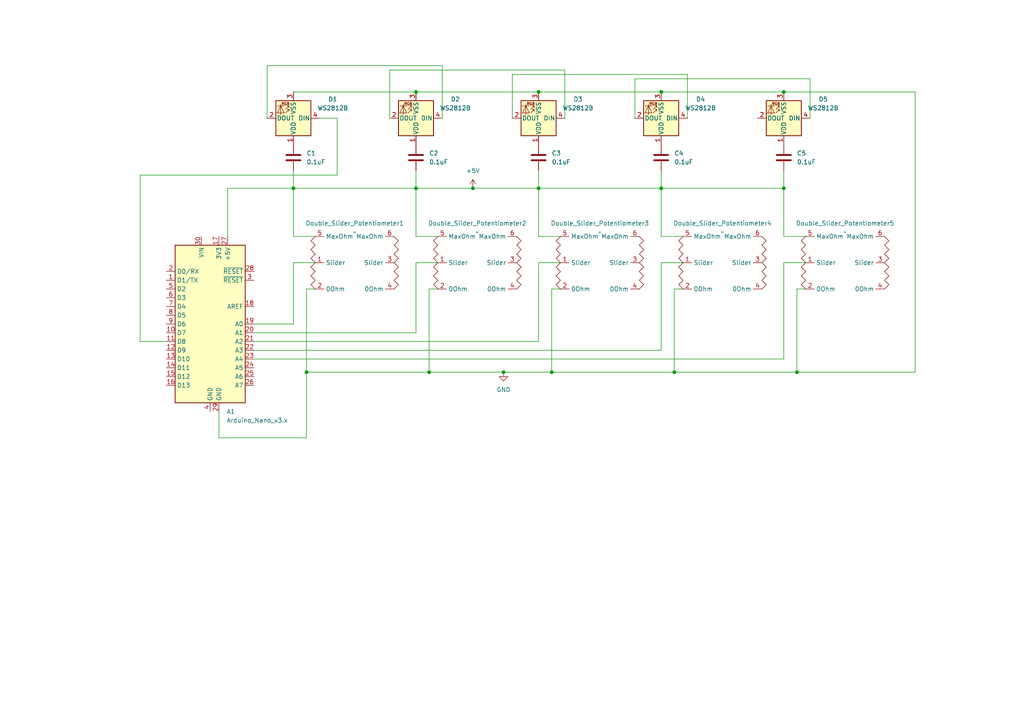
<source format=kicad_sch>
(kicad_sch (version 20231120) (generator "eeschema") (generator_version "8.0")
  (paper "A4")
  (lib_symbols
    (symbol "Device:C" (pin_numbers hide) (pin_names (offset 0.254))
      (property "Reference" "C" (at 0.635 2.54 0))
      (property "Value" "C" (at 0.635 -2.54 0))
      (symbol "C_0_1"
        (polyline (pts (xy -2.032 -0.762) (xy 2.032 -0.762)) (stroke (width 0.508)))
        (polyline (pts (xy -2.032 0.762) (xy 2.032 0.762)) (stroke (width 0.508)))
      )
      (symbol "C_1_1"
        (pin passive line (at 0 3.81 270) (length 2.794) (name "~") (number "1"))
        (pin passive line (at 0 -3.81 90) (length 2.794) (name "~") (number "2"))
      )
    )
    (symbol "LED:WS2812B" (pin_names (offset 0.254))
      (property "Reference" "D" (at 5.08 5.715 0))
      (property "Value" "WS2812B" (at 1.27 -5.715 0))
      (symbol "WS2812B_0_0"
        (text "RGB" (at 2.286 -4.191 0) (effects (font (size 0.762 0.762))))
      )
      (symbol "WS2812B_0_1"
        (polyline (pts (xy 1.27 -3.556) (xy 1.778 -3.556)))
        (polyline (pts (xy 1.27 -2.54) (xy 1.778 -2.54)))
        (polyline (pts (xy 4.699 -3.556) (xy 2.667 -3.556)))
        (polyline (pts (xy 2.286 -2.54) (xy 1.27 -3.556) (xy 1.27 -3.048)))
        (polyline (pts (xy 2.286 -1.524) (xy 1.27 -2.54) (xy 1.27 -2.032)))
        (polyline (pts (xy 3.683 -1.016) (xy 3.683 -3.556) (xy 3.683 -4.064)))
        (polyline (pts (xy 4.699 -1.524) (xy 2.667 -1.524) (xy 3.683 -3.556) (xy 4.699 -1.524)))
        (rectangle (start 5.08 5.08) (end -5.08 -5.08) (stroke (width 0.254)) (fill (type background)))
      )
      (symbol "WS2812B_1_1"
        (pin power_in line (at 0 7.62 270) (length 2.54) (name "VDD") (number "1"))
        (pin output line (at 7.62 0 180) (length 2.54) (name "DOUT") (number "2"))
        (pin power_in line (at 0 -7.62 90) (length 2.54) (name "VSS") (number "3"))
        (pin input line (at -7.62 0 0) (length 2.54) (name "DIN") (number "4"))
      )
    )
    (symbol "MCU_Module:Arduino_Nano_v3.x"
      (property "Reference" "A" (at -10.16 23.495 0))
      (property "Value" "Arduino_Nano_v3.x" (at 5.08 -24.13 0))
      (symbol "Arduino_Nano_v3.x_0_1"
        (rectangle (start -10.16 22.86) (end 10.16 -22.86) (stroke (width 0.254)) (fill (type background)))
      )
      (symbol "Arduino_Nano_v3.x_1_1"
        (pin bidirectional line (at -12.7 12.7 0) (length 2.54) (name "D1/TX") (number "1"))
        (pin bidirectional line (at -12.7 -2.54 0) (length 2.54) (name "D7") (number "10"))
        (pin bidirectional line (at -12.7 -5.08 0) (length 2.54) (name "D8") (number "11"))
        (pin bidirectional line (at -12.7 -7.62 0) (length 2.54) (name "D9") (number "12"))
        (pin bidirectional line (at -12.7 -10.16 0) (length 2.54) (name "D10") (number "13"))
        (pin bidirectional line (at -12.7 -12.7 0) (length 2.54) (name "D11") (number "14"))
        (pin bidirectional line (at -12.7 -15.24 0) (length 2.54) (name "D12") (number "15"))
        (pin bidirectional line (at -12.7 -17.78 0) (length 2.54) (name "D13") (number "16"))
        (pin power_out line (at 2.54 25.4 270) (length 2.54) (name "3V3") (number "17"))
        (pin input line (at 12.7 5.08 180) (length 2.54) (name "AREF") (number "18"))
        (pin bidirectional line (at 12.7 0 180) (length 2.54) (name "A0") (number "19"))
        (pin bidirectional line (at -12.7 15.24 0) (length 2.54) (name "D0/RX") (number "2"))
        (pin bidirectional line (at 12.7 -2.54 180) (length 2.54) (name "A1") (number "20"))
        (pin bidirectional line (at 12.7 -5.08 180) (length 2.54) (name "A2") (number "21"))
        (pin bidirectional line (at 12.7 -7.62 180) (length 2.54) (name "A3") (number "22"))
        (pin bidirectional line (at 12.7 -10.16 180) (length 2.54) (name "A4") (number "23"))
        (pin bidirectional line (at 12.7 -12.7 180) (length 2.54) (name "A5") (number "24"))
        (pin bidirectional line (at 12.7 -15.24 180) (length 2.54) (name "A6") (number "25"))
        (pin bidirectional line (at 12.7 -17.78 180) (length 2.54) (name "A7") (number "26"))
        (pin power_out line (at 5.08 25.4 270) (length 2.54) (name "+5V") (number "27"))
        (pin input line (at 12.7 15.24 180) (length 2.54) (name "~{RESET}") (number "28"))
        (pin power_in line (at 2.54 -25.4 90) (length 2.54) (name "GND") (number "29"))
        (pin input line (at 12.7 12.7 180) (length 2.54) (name "~{RESET}") (number "3"))
        (pin power_in line (at -2.54 25.4 270) (length 2.54) (name "VIN") (number "30"))
        (pin power_in line (at 0 -25.4 90) (length 2.54) (name "GND") (number "4"))
        (pin bidirectional line (at -12.7 10.16 0) (length 2.54) (name "D2") (number "5"))
        (pin bidirectional line (at -12.7 7.62 0) (length 2.54) (name "D3") (number "6"))
        (pin bidirectional line (at -12.7 5.08 0) (length 2.54) (name "D4") (number "7"))
        (pin bidirectional line (at -12.7 2.54 0) (length 2.54) (name "D5") (number "8"))
        (pin bidirectional line (at -12.7 0 0) (length 2.54) (name "D6") (number "9"))
      )
    )
    (symbol "Niks_Symbols:B103_Sliding_Potentiometer"
      (property "Reference" "Double_Slider_Potentiometer" (at 12.7 3.048 90))
      (symbol "B103_Sliding_Potentiometer_0_1"
        (polyline (pts (xy 1.27 6.35) (xy 0 7.62) (xy 1.27 8.89) (xy 0 10.16) (xy 1.27 11.43) (xy 0 12.7) (xy 1.27 13.97)))
        (polyline (pts (xy 1.27 13.97) (xy 0 15.24) (xy 1.27 16.51) (xy 0 17.78) (xy 1.27 19.05) (xy 0 20.32) (xy 1.27 21.59)))
        (polyline (pts (xy 24.13 6.35) (xy 25.4 7.62) (xy 24.13 8.89) (xy 25.4 10.16) (xy 24.13 11.43) (xy 25.4 12.7) (xy 24.13 13.97)))
        (polyline (pts (xy 24.13 13.97) (xy 25.4 15.24) (xy 24.13 16.51) (xy 25.4 17.78) (xy 24.13 19.05) (xy 25.4 20.32) (xy 24.13 21.59)))
      )
      (symbol "B103_Sliding_Potentiometer_1_1"
        (pin bidirectional line (at 1.27 13.97 0) (length 2.54) (name "Slider") (number "1"))
        (pin bidirectional line (at 1.27 6.35 0) (length 2.54) (name "0Ohm") (number "2"))
        (pin bidirectional line (at 24.13 13.97 180) (length 2.54) (name "Slider") (number "3"))
        (pin bidirectional line (at 24.13 6.35 180) (length 2.54) (name "0Ohm") (number "4"))
        (pin bidirectional line (at 1.27 21.59 0) (length 2.54) (name "MaxOhm") (number "5"))
        (pin bidirectional line (at 24.13 21.59 180) (length 2.54) (name "MaxOhm") (number "6"))
      )
    )
    (symbol "power:+5V" (power) (pin_numbers hide) (pin_names (offset 0) hide)
      (property "Value" "+5V" (at 0 3.556 0))
      (symbol "+5V_0_1"
        (polyline (pts (xy -0.762 1.27) (xy 0 2.54)))
        (polyline (pts (xy 0 0) (xy 0 2.54)))
        (polyline (pts (xy 0 2.54) (xy 0.762 1.27)))
      )
      (symbol "+5V_1_1"
        (pin power_in line (at 0 0 90) (length 0) (name "~") (number "1"))
      )
    )
    (symbol "power:GND" (power) (pin_numbers hide) (pin_names (offset 0) hide)
      (property "Value" "GND" (at 0 -3.81 0))
      (symbol "GND_0_1"
        (polyline (pts (xy 0 0) (xy 0 -1.27) (xy 1.27 -1.27) (xy 0 -2.54) (xy -1.27 -1.27) (xy 0 -1.27)))
      )
      (symbol "GND_1_1"
        (pin power_in line (at 0 0 270) (length 0) (name "~") (number "1"))
      )
    )
  )
  (junction (at 156.21 26.67))
  (junction (at 124.46 107.95))
  (junction (at 137.16 54.61))
  (junction (at 231.14 107.95))
  (junction (at 191.77 26.67))
  (junction (at 146.05 107.95))
  (junction (at 191.77 54.61))
  (junction (at 85.09 54.61))
  (junction (at 227.33 26.67))
  (junction (at 88.9 107.95))
  (junction (at 156.21 54.61))
  (junction (at 227.33 54.61))
  (junction (at 120.65 54.61))
  (junction (at 120.65 26.67))
  (junction (at 195.58 107.95))
  (junction (at 160.02 107.95))
  (wire (pts (xy 73.66 93.98) (xy 85.09 93.98)))
  (wire (pts (xy 233.68 68.58) (xy 227.33 68.58)))
  (wire (pts (xy 162.56 68.58) (xy 156.21 68.58)))
  (wire (pts (xy 97.79 50.8) (xy 97.79 34.29)))
  (wire (pts (xy 85.09 76.2) (xy 91.44 76.2)))
  (wire (pts (xy 160.02 83.82) (xy 160.02 107.95)))
  (wire (pts (xy 97.79 34.29) (xy 92.71 34.29)))
  (wire (pts (xy 195.58 107.95) (xy 231.14 107.95)))
  (wire (pts (xy 73.66 99.06) (xy 156.21 99.06)))
  (wire (pts (xy 120.65 96.52) (xy 120.65 76.2)))
  (wire (pts (xy 88.9 83.82) (xy 88.9 107.95)))
  (wire (pts (xy 40.64 50.8) (xy 40.64 99.06)))
  (wire (pts (xy 227.33 68.58) (xy 227.33 54.61)))
  (wire (pts (xy 48.26 99.06) (xy 40.64 99.06)))
  (wire (pts (xy 156.21 26.67) (xy 191.77 26.67)))
  (wire (pts (xy 91.44 68.58) (xy 85.09 68.58)))
  (wire (pts (xy 191.77 54.61) (xy 156.21 54.61)))
  (wire (pts (xy 85.09 68.58) (xy 85.09 54.61)))
  (wire (pts (xy 113.03 34.29) (xy 113.03 20.32)))
  (wire (pts (xy 198.12 83.82) (xy 195.58 83.82)))
  (wire (pts (xy 113.03 20.32) (xy 163.83 20.32)))
  (wire (pts (xy 124.46 107.95) (xy 146.05 107.95)))
  (wire (pts (xy 120.65 49.53) (xy 120.65 54.61)))
  (wire (pts (xy 120.65 54.61) (xy 85.09 54.61)))
  (wire (pts (xy 156.21 49.53) (xy 156.21 54.61)))
  (wire (pts (xy 124.46 83.82) (xy 124.46 107.95)))
  (wire (pts (xy 227.33 104.14) (xy 227.33 76.2)))
  (wire (pts (xy 85.09 49.53) (xy 85.09 54.61)))
  (wire (pts (xy 73.66 101.6) (xy 191.77 101.6)))
  (wire (pts (xy 156.21 68.58) (xy 156.21 54.61)))
  (wire (pts (xy 227.33 76.2) (xy 233.68 76.2)))
  (wire (pts (xy 88.9 107.95) (xy 124.46 107.95)))
  (wire (pts (xy 184.15 22.86) (xy 234.95 22.86)))
  (wire (pts (xy 199.39 21.59) (xy 199.39 34.29)))
  (wire (pts (xy 231.14 107.95) (xy 265.43 107.95)))
  (wire (pts (xy 73.66 104.14) (xy 227.33 104.14)))
  (wire (pts (xy 227.33 26.67) (xy 265.43 26.67)))
  (wire (pts (xy 191.77 101.6) (xy 191.77 76.2)))
  (wire (pts (xy 146.05 107.95) (xy 160.02 107.95)))
  (wire (pts (xy 137.16 54.61) (xy 120.65 54.61)))
  (wire (pts (xy 63.5 119.38) (xy 63.5 127)))
  (wire (pts (xy 234.95 22.86) (xy 234.95 34.29)))
  (wire (pts (xy 265.43 26.67) (xy 265.43 107.95)))
  (wire (pts (xy 184.15 34.29) (xy 184.15 22.86)))
  (wire (pts (xy 231.14 107.95) (xy 231.14 83.82)))
  (wire (pts (xy 120.65 26.67) (xy 156.21 26.67)))
  (wire (pts (xy 63.5 127) (xy 88.9 127)))
  (wire (pts (xy 160.02 107.95) (xy 195.58 107.95)))
  (wire (pts (xy 195.58 83.82) (xy 195.58 107.95)))
  (wire (pts (xy 191.77 68.58) (xy 191.77 54.61)))
  (wire (pts (xy 85.09 26.67) (xy 120.65 26.67)))
  (wire (pts (xy 120.65 76.2) (xy 127 76.2)))
  (wire (pts (xy 156.21 76.2) (xy 162.56 76.2)))
  (wire (pts (xy 198.12 68.58) (xy 191.77 68.58)))
  (wire (pts (xy 77.47 19.05) (xy 128.27 19.05)))
  (wire (pts (xy 128.27 19.05) (xy 128.27 34.29)))
  (wire (pts (xy 148.59 34.29) (xy 148.59 21.59)))
  (wire (pts (xy 191.77 76.2) (xy 198.12 76.2)))
  (wire (pts (xy 156.21 99.06) (xy 156.21 76.2)))
  (wire (pts (xy 40.64 50.8) (xy 97.79 50.8)))
  (wire (pts (xy 227.33 49.53) (xy 227.33 54.61)))
  (wire (pts (xy 191.77 49.53) (xy 191.77 54.61)))
  (wire (pts (xy 85.09 93.98) (xy 85.09 76.2)))
  (wire (pts (xy 148.59 21.59) (xy 199.39 21.59)))
  (wire (pts (xy 127 83.82) (xy 124.46 83.82)))
  (wire (pts (xy 120.65 68.58) (xy 120.65 54.61)))
  (wire (pts (xy 77.47 34.29) (xy 77.47 19.05)))
  (wire (pts (xy 91.44 83.82) (xy 88.9 83.82)))
  (wire (pts (xy 66.04 54.61) (xy 66.04 68.58)))
  (wire (pts (xy 85.09 54.61) (xy 66.04 54.61)))
  (wire (pts (xy 191.77 26.67) (xy 227.33 26.67)))
  (wire (pts (xy 88.9 127) (xy 88.9 107.95)))
  (wire (pts (xy 163.83 20.32) (xy 163.83 34.29)))
  (wire (pts (xy 231.14 83.82) (xy 233.68 83.82)))
  (wire (pts (xy 156.21 54.61) (xy 137.16 54.61)))
  (wire (pts (xy 127 68.58) (xy 120.65 68.58)))
  (wire (pts (xy 227.33 54.61) (xy 191.77 54.61)))
  (wire (pts (xy 73.66 96.52) (xy 120.65 96.52)))
  (wire (pts (xy 162.56 83.82) (xy 160.02 83.82)))
  (symbol (lib_id "power:+5V") (at 137.16 54.61 0) (unit 1)
    (property "Reference" "#PWR01" (effects (hide yes)))
    (property "Value" "+5V" (at 137.16 49.53 0))
    (property "Description" "Power symbol creates a global label with name \"+5V\"" (effects (hide yes)))
  )
  (symbol (lib_id "Device:C") (at 120.65 45.72 0) (unit 1)
    (property "Reference" "C2" (at 124.46 44.4499 0) (effects (justify left)))
    (property "Value" "0.1uF" (at 124.46 46.9899 0) (effects (justify left)))
    (property "Footprint" "Capacitor_SMD:C_0805_2012Metric_Pad1.18x1.45mm_HandSolder" (effects (hide yes)))
    (property "Description" "Unpolarized capacitor" (effects (hide yes)))
  )
  (symbol (lib_id "LED:WS2812B") (at 227.33 34.29 180) (unit 1)
    (property "Reference" "D5" (at 238.76 28.7938 0))
    (property "Value" "WS2812B" (at 238.76 31.3338 0))
    (property "Footprint" "LED_SMD:LED_WS2812B_PLCC4_5.0x5.0mm_P3.2mm" (effects (hide yes)))
    (property "Datasheet" "https://cdn-shop.adafruit.com/datasheets/WS2812B.pdf" (effects (hide yes)))
    (property "Description" "RGB LED with integrated controller" (effects (hide yes)))
  )
  (symbol (lib_id "Niks_Symbols:B103_Sliding_Potentiometer") (at 125.73 90.17 0) (unit 1)
    (property "Reference" "Double_Slider_Potentiometer2" (at 138.43 64.77 0))
    (property "Value" "~" (at 138.43 67.31 0))
    (property "Footprint" "Niks_Footprints:Potentiometer B103 Slider 75x9.1mm" (effects (hide yes)))
  )
  (symbol (lib_id "Niks_Symbols:B103_Sliding_Potentiometer") (at 161.29 90.17 0) (unit 1)
    (property "Reference" "Double_Slider_Potentiometer3" (at 173.99 64.77 0))
    (property "Value" "~" (at 173.99 67.31 0))
    (property "Footprint" "Niks_Footprints:Potentiometer B103 Slider 75x9.1mm" (effects (hide yes)))
  )
  (symbol (lib_id "Niks_Symbols:B103_Sliding_Potentiometer") (at 196.85 90.17 0) (unit 1)
    (property "Reference" "Double_Slider_Potentiometer4" (at 209.55 64.77 0))
    (property "Value" "~" (at 209.55 67.31 0))
    (property "Footprint" "Niks_Footprints:Potentiometer B103 Slider 75x9.1mm" (effects (hide yes)))
  )
  (symbol (lib_id "power:GND") (at 146.05 107.95 0) (unit 1)
    (property "Reference" "#PWR02" (effects (hide yes)))
    (property "Value" "GND" (at 146.05 113.03 0))
    (property "Description" "Power symbol creates a global label with name \"GND\" , ground" (effects (hide yes)))
  )
  (symbol (lib_id "LED:WS2812B") (at 156.21 34.29 180) (unit 1)
    (property "Reference" "D3" (at 167.64 28.7938 0))
    (property "Value" "WS2812B" (at 167.64 31.3338 0))
    (property "Footprint" "LED_SMD:LED_WS2812B_PLCC4_5.0x5.0mm_P3.2mm" (effects (hide yes)))
    (property "Datasheet" "https://cdn-shop.adafruit.com/datasheets/WS2812B.pdf" (effects (hide yes)))
    (property "Description" "RGB LED with integrated controller" (effects (hide yes)))
  )
  (symbol (lib_id "LED:WS2812B") (at 191.77 34.29 180) (unit 1)
    (property "Reference" "D4" (at 203.2 28.7938 0))
    (property "Value" "WS2812B" (at 203.2 31.3338 0))
    (property "Footprint" "LED_SMD:LED_WS2812B_PLCC4_5.0x5.0mm_P3.2mm" (effects (hide yes)))
    (property "Datasheet" "https://cdn-shop.adafruit.com/datasheets/WS2812B.pdf" (effects (hide yes)))
    (property "Description" "RGB LED with integrated controller" (effects (hide yes)))
  )
  (symbol (lib_id "Device:C") (at 85.09 45.72 0) (unit 1)
    (property "Reference" "C1" (at 88.9 44.4499 0) (effects (justify left)))
    (property "Value" "0.1uF" (at 88.9 46.9899 0) (effects (justify left)))
    (property "Footprint" "Capacitor_SMD:C_0805_2012Metric_Pad1.18x1.45mm_HandSolder" (effects (hide yes)))
    (property "Description" "Unpolarized capacitor" (effects (hide yes)))
  )
  (symbol (lib_id "Device:C") (at 156.21 45.72 0) (unit 1)
    (property "Reference" "C3" (at 160.02 44.4499 0) (effects (justify left)))
    (property "Value" "0.1uF" (at 160.02 46.9899 0) (effects (justify left)))
    (property "Footprint" "Capacitor_SMD:C_0805_2012Metric_Pad1.18x1.45mm_HandSolder" (effects (hide yes)))
    (property "Description" "Unpolarized capacitor" (effects (hide yes)))
  )
  (symbol (lib_id "Niks_Symbols:B103_Sliding_Potentiometer") (at 232.41 90.17 0) (unit 1)
    (property "Reference" "Double_Slider_Potentiometer5" (at 245.11 64.77 0))
    (property "Value" "~" (at 245.11 67.31 0))
    (property "Footprint" "Niks_Footprints:Potentiometer B103 Slider 75x9.1mm" (effects (hide yes)))
  )
  (symbol (lib_id "LED:WS2812B") (at 120.65 34.29 180) (unit 1)
    (property "Reference" "D2" (at 132.08 28.7938 0))
    (property "Value" "WS2812B" (at 132.08 31.3338 0))
    (property "Footprint" "LED_SMD:LED_WS2812B_PLCC4_5.0x5.0mm_P3.2mm" (effects (hide yes)))
    (property "Datasheet" "https://cdn-shop.adafruit.com/datasheets/WS2812B.pdf" (effects (hide yes)))
    (property "Description" "RGB LED with integrated controller" (effects (hide yes)))
  )
  (symbol (lib_id "MCU_Module:Arduino_Nano_v3.x") (at 60.96 93.98 0) (unit 1)
    (property "Reference" "A1" (at 65.6941 119.38 0) (effects (justify left)))
    (property "Value" "Arduino_Nano_v3.x" (at 65.6941 121.92 0) (effects (justify left)))
    (property "Footprint" "Module:Arduino_Nano" (effects (hide yes)))
    (property "Datasheet" "http://www.mouser.com/pdfdocs/Gravitech_Arduino_Nano3_0.pdf" (effects (hide yes)))
    (property "Description" "Arduino Nano v3.x" (effects (hide yes)))
  )
  (symbol (lib_id "Device:C") (at 227.33 45.72 0) (unit 1)
    (property "Reference" "C5" (at 231.14 44.4499 0) (effects (justify left)))
    (property "Value" "0.1uF" (at 231.14 46.9899 0) (effects (justify left)))
    (property "Footprint" "Capacitor_SMD:C_0805_2012Metric_Pad1.18x1.45mm_HandSolder" (effects (hide yes)))
    (property "Description" "Unpolarized capacitor" (effects (hide yes)))
  )
  (symbol (lib_id "Device:C") (at 191.77 45.72 0) (unit 1)
    (property "Reference" "C4" (at 195.58 44.4499 0) (effects (justify left)))
    (property "Value" "0.1uF" (at 195.58 46.9899 0) (effects (justify left)))
    (property "Footprint" "Capacitor_SMD:C_0805_2012Metric_Pad1.18x1.45mm_HandSolder" (effects (hide yes)))
    (property "Description" "Unpolarized capacitor" (effects (hide yes)))
  )
  (symbol (lib_id "Niks_Symbols:B103_Sliding_Potentiometer") (at 90.17 90.17 0) (unit 1)
    (property "Reference" "Double_Slider_Potentiometer1" (at 102.87 64.77 0))
    (property "Value" "~" (at 102.87 67.31 0))
    (property "Footprint" "Niks_Footprints:Potentiometer B103 Slider 75x9.1mm" (effects (hide yes)))
  )
  (symbol (lib_id "LED:WS2812B") (at 85.09 34.29 180) (unit 1)
    (property "Reference" "D1" (at 96.52 28.7938 0))
    (property "Value" "WS2812B" (at 96.52 31.3338 0))
    (property "Footprint" "LED_SMD:LED_WS2812B_PLCC4_5.0x5.0mm_P3.2mm" (effects (hide yes)))
    (property "Datasheet" "https://cdn-shop.adafruit.com/datasheets/WS2812B.pdf" (effects (hide yes)))
    (property "Description" "RGB LED with integrated controller" (effects (hide yes)))
  )
)
</source>
